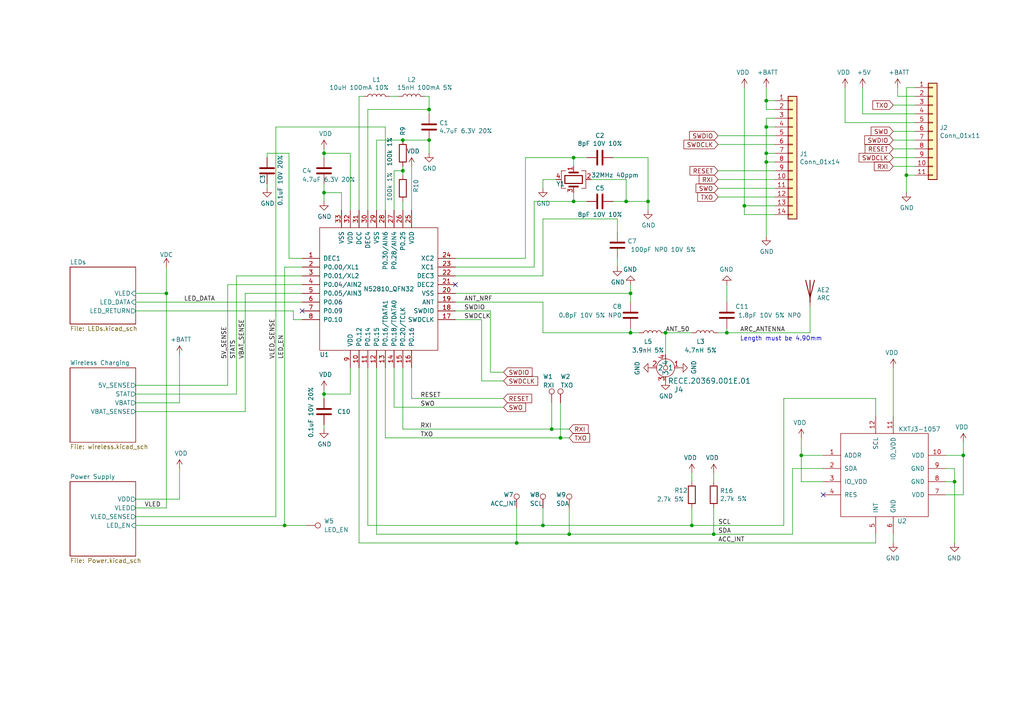
<source format=kicad_sch>
(kicad_sch (version 20211123) (generator eeschema)
  (paper "A4")
  (title_block (title "Pixels D20 Schematic, Main") (date "2021-06-23") (rev "2") (company "Systemic Games, LLC"))
  (lib_symbols
    (symbol "Connector_Generic:Conn_01x11" (pin_names (offset 1.016) hide)
      (property "Reference" "J" (at 0 15.24 0))
      (property "Value" "Conn_01x11" (at 0 -15.24 0))
      (symbol "Conn_01x11_1_1"
        (rectangle (start -1.27 -12.573) (end 0 -12.827) (stroke (width 0.1524)))
        (rectangle (start -1.27 -10.033) (end 0 -10.287) (stroke (width 0.1524)))
        (rectangle (start -1.27 -7.493) (end 0 -7.747) (stroke (width 0.1524)))
        (rectangle (start -1.27 -4.953) (end 0 -5.207) (stroke (width 0.1524)))
        (rectangle (start -1.27 -2.413) (end 0 -2.667) (stroke (width 0.1524)))
        (rectangle (start -1.27 0.127) (end 0 -0.127) (stroke (width 0.1524)))
        (rectangle (start -1.27 2.667) (end 0 2.413) (stroke (width 0.1524)))
        (rectangle (start -1.27 5.207) (end 0 4.953) (stroke (width 0.1524)))
        (rectangle (start -1.27 7.747) (end 0 7.493) (stroke (width 0.1524)))
        (rectangle (start -1.27 10.287) (end 0 10.033) (stroke (width 0.1524)))
        (rectangle (start -1.27 12.827) (end 0 12.573) (stroke (width 0.1524)))
        (rectangle (start -1.27 13.97) (end 1.27 -13.97) (stroke (width 0.254)) (fill (type background)))
        (pin passive line (at -5.08 12.7 0) (length 3.81) (name "Pin_1") (number "1"))
        (pin passive line (at -5.08 -10.16 0) (length 3.81) (name "Pin_10") (number "10"))
        (pin passive line (at -5.08 -12.7 0) (length 3.81) (name "Pin_11") (number "11"))
        (pin passive line (at -5.08 10.16 0) (length 3.81) (name "Pin_2") (number "2"))
        (pin passive line (at -5.08 7.62 0) (length 3.81) (name "Pin_3") (number "3"))
        (pin passive line (at -5.08 5.08 0) (length 3.81) (name "Pin_4") (number "4"))
        (pin passive line (at -5.08 2.54 0) (length 3.81) (name "Pin_5") (number "5"))
        (pin passive line (at -5.08 0 0) (length 3.81) (name "Pin_6") (number "6"))
        (pin passive line (at -5.08 -2.54 0) (length 3.81) (name "Pin_7") (number "7"))
        (pin passive line (at -5.08 -5.08 0) (length 3.81) (name "Pin_8") (number "8"))
        (pin passive line (at -5.08 -7.62 0) (length 3.81) (name "Pin_9") (number "9"))
      )
    )
    (symbol "Connector_Generic:Conn_01x14" (pin_names (offset 1.016) hide)
      (property "Reference" "J" (at 0 17.78 0))
      (property "Value" "Conn_01x14" (at 0 -20.32 0))
      (symbol "Conn_01x14_1_1"
        (rectangle (start -1.27 -17.653) (end 0 -17.907) (stroke (width 0.1524)))
        (rectangle (start -1.27 -15.113) (end 0 -15.367) (stroke (width 0.1524)))
        (rectangle (start -1.27 -12.573) (end 0 -12.827) (stroke (width 0.1524)))
        (rectangle (start -1.27 -10.033) (end 0 -10.287) (stroke (width 0.1524)))
        (rectangle (start -1.27 -7.493) (end 0 -7.747) (stroke (width 0.1524)))
        (rectangle (start -1.27 -4.953) (end 0 -5.207) (stroke (width 0.1524)))
        (rectangle (start -1.27 -2.413) (end 0 -2.667) (stroke (width 0.1524)))
        (rectangle (start -1.27 0.127) (end 0 -0.127) (stroke (width 0.1524)))
        (rectangle (start -1.27 2.667) (end 0 2.413) (stroke (width 0.1524)))
        (rectangle (start -1.27 5.207) (end 0 4.953) (stroke (width 0.1524)))
        (rectangle (start -1.27 7.747) (end 0 7.493) (stroke (width 0.1524)))
        (rectangle (start -1.27 10.287) (end 0 10.033) (stroke (width 0.1524)))
        (rectangle (start -1.27 12.827) (end 0 12.573) (stroke (width 0.1524)))
        (rectangle (start -1.27 15.367) (end 0 15.113) (stroke (width 0.1524)))
        (rectangle (start -1.27 16.51) (end 1.27 -19.05) (stroke (width 0.254)) (fill (type background)))
        (pin passive line (at -5.08 15.24 0) (length 3.81) (name "Pin_1") (number "1"))
        (pin passive line (at -5.08 -7.62 0) (length 3.81) (name "Pin_10") (number "10"))
        (pin passive line (at -5.08 -10.16 0) (length 3.81) (name "Pin_11") (number "11"))
        (pin passive line (at -5.08 -12.7 0) (length 3.81) (name "Pin_12") (number "12"))
        (pin passive line (at -5.08 -15.24 0) (length 3.81) (name "Pin_13") (number "13"))
        (pin passive line (at -5.08 -17.78 0) (length 3.81) (name "Pin_14") (number "14"))
        (pin passive line (at -5.08 12.7 0) (length 3.81) (name "Pin_2") (number "2"))
        (pin passive line (at -5.08 10.16 0) (length 3.81) (name "Pin_3") (number "3"))
        (pin passive line (at -5.08 7.62 0) (length 3.81) (name "Pin_4") (number "4"))
        (pin passive line (at -5.08 5.08 0) (length 3.81) (name "Pin_5") (number "5"))
        (pin passive line (at -5.08 2.54 0) (length 3.81) (name "Pin_6") (number "6"))
        (pin passive line (at -5.08 0 0) (length 3.81) (name "Pin_7") (number "7"))
        (pin passive line (at -5.08 -2.54 0) (length 3.81) (name "Pin_8") (number "8"))
        (pin passive line (at -5.08 -5.08 0) (length 3.81) (name "Pin_9") (number "9"))
      )
    )
    (symbol "Device:Antenna" (pin_numbers hide) (pin_names (offset 1.016) hide)
      (property "Reference" "AE" (at -1.905 1.905 0))
      (property "Value" "Antenna" (at -1.905 0 0))
      (symbol "Antenna_0_1"
        (polyline (pts (xy 0 2.54) (xy 0 -3.81)) (stroke (width 0.254)))
        (polyline (pts (xy 1.27 2.54) (xy 0 -2.54) (xy -1.27 2.54)) (stroke (width 0.254)))
      )
      (symbol "Antenna_1_1"
        (pin input line (at 0 -5.08 90) (length 2.54) (name "A") (number "1"))
      )
    )
    (symbol "Device:C" (pin_numbers hide) (pin_names (offset 0.254))
      (property "Reference" "C" (at 0.635 2.54 0))
      (property "Value" "C" (at 0.635 -2.54 0))
      (symbol "C_0_1"
        (polyline (pts (xy -2.032 -0.762) (xy 2.032 -0.762)) (stroke (width 0.508)))
        (polyline (pts (xy -2.032 0.762) (xy 2.032 0.762)) (stroke (width 0.508)))
      )
      (symbol "C_1_1"
        (pin passive line (at 0 3.81 270) (length 2.794) (name "~") (number "1"))
        (pin passive line (at 0 -3.81 90) (length 2.794) (name "~") (number "2"))
      )
    )
    (symbol "Device:Crystal_GND24" (pin_names (offset 1.016) hide)
      (property "Reference" "Y" (at 3.175 5.08 0))
      (property "Value" "Crystal_GND24" (at 3.175 3.175 0))
      (symbol "Crystal_GND24_0_1"
        (rectangle (start -1.143 2.54) (end 1.143 -2.54) (stroke (width 0.3048)))
        (polyline (pts (xy -2.54 0) (xy -2.032 0)))
        (polyline (pts (xy -2.032 -1.27) (xy -2.032 1.27)) (stroke (width 0.508)))
        (polyline (pts (xy 0 -3.81) (xy 0 -3.556)))
        (polyline (pts (xy 0 3.556) (xy 0 3.81)))
        (polyline (pts (xy 2.032 -1.27) (xy 2.032 1.27)) (stroke (width 0.508)))
        (polyline (pts (xy 2.032 0) (xy 2.54 0)))
        (polyline (pts (xy -2.54 -2.286) (xy -2.54 -3.556) (xy 2.54 -3.556) (xy 2.54 -2.286)))
        (polyline (pts (xy -2.54 2.286) (xy -2.54 3.556) (xy 2.54 3.556) (xy 2.54 2.286)))
      )
      (symbol "Crystal_GND24_1_1"
        (pin passive line (at -3.81 0 0) (length 1.27) (name "1") (number "1"))
        (pin passive line (at 0 5.08 270) (length 1.27) (name "2") (number "2"))
        (pin passive line (at 3.81 0 180) (length 1.27) (name "3") (number "3"))
        (pin passive line (at 0 -5.08 90) (length 1.27) (name "4") (number "4"))
      )
    )
    (symbol "Device:L" (pin_numbers hide) (pin_names (offset 1.016) hide)
      (property "Reference" "L" (at -1.27 0 90))
      (property "Value" "L" (at 1.905 0 90))
      (symbol "L_0_1"
        (arc (start 0 -2.54) (mid 0.635 -1.905) (end 0 -1.27))
        (arc (start 0 -1.27) (mid 0.635 -0.635) (end 0 0))
        (arc (start 0 0) (mid 0.635 0.635) (end 0 1.27))
        (arc (start 0 1.27) (mid 0.635 1.905) (end 0 2.54))
      )
      (symbol "L_1_1"
        (pin passive line (at 0 3.81 270) (length 1.27) (name "1") (number "1"))
        (pin passive line (at 0 -3.81 90) (length 1.27) (name "2") (number "2"))
      )
    )
    (symbol "Device:R" (pin_numbers hide) (pin_names (offset 0))
      (property "Reference" "R" (at 2.032 0 90))
      (property "Value" "R" (at 0 0 90))
      (symbol "R_0_1"
        (rectangle (start -1.016 -2.54) (end 1.016 2.54) (stroke (width 0.254)))
      )
      (symbol "R_1_1"
        (pin passive line (at 0 3.81 270) (length 1.27) (name "~") (number "1"))
        (pin passive line (at 0 -3.81 90) (length 1.27) (name "~") (number "2"))
      )
    )
    (symbol "MFH3.RECE.20369.001E.01:RECE.20369.001E.01" (pin_names (offset 0.254))
      (property "Reference" "J" (at 31.75 -3.81 0))
      (property "Value" "RECE.20369.001E.01" (at 41.91 5.08 0))
      (symbol "RECE.20369.001E.01_1_1"
        (polyline (pts (xy 30.48 0) (xy 28.575 0)))
        (circle (center 27.94 0) (radius 0.635))
        (circle (center 27.94 0) (radius 2.6182))
        (pin unspecified line (at 27.94 -3.81 90) (length 1.27) (name "1") (number "1"))
        (pin unspecified line (at 27.94 3.81 270) (length 1.27) (name "2") (number "2"))
        (pin unspecified line (at 24.13 0 0) (length 1.27) (name "3") (number "3"))
        (pin unspecified line (at 31.75 0 180) (length 1.27) (name "4") (number "4"))
      )
    )
    (symbol "Pixels-dice:KXTJ3-1057" (pin_names (offset 1.016))
      (property "Reference" "U" (at 10.16 -12.7 0))
      (property "Value" "KXTJ3-1057" (at 8.89 13.97 0))
      (symbol "KXTJ3-1057_0_1"
        (rectangle (start -12.7 12.7) (end 12.7 -11.43))
      )
      (symbol "KXTJ3-1057_1_1"
        (pin input line (at -17.78 6.35 0) (length 5.08) (name "ADDR") (number "1"))
        (pin power_in line (at 17.78 6.35 180) (length 5.08) (name "VDD") (number "10"))
        (pin power_in line (at 2.54 17.78 270) (length 5.08) (name "IO_VDD") (number "11"))
        (pin input line (at -2.54 17.78 270) (length 5.08) (name "SCL") (number "12"))
        (pin bidirectional line (at -17.78 2.54 0) (length 5.08) (name "SDA") (number "2"))
        (pin power_in line (at -17.78 -1.27 0) (length 5.08) (name "IO_VDD") (number "3"))
        (pin passive line (at -17.78 -5.08 0) (length 5.08) (name "RES") (number "4"))
        (pin output line (at -2.54 -16.51 90) (length 5.08) (name "INT") (number "5"))
        (pin power_in line (at 2.54 -16.51 90) (length 5.08) (name "GND") (number "6"))
        (pin power_in line (at 17.78 -5.08 180) (length 5.08) (name "VDD") (number "7"))
        (pin power_in line (at 17.78 -1.27 180) (length 5.08) (name "GND") (number "8"))
        (pin power_in line (at 17.78 2.54 180) (length 5.08) (name "GND") (number "9"))
      )
    )
    (symbol "Pixels-dice:N52810_QFN32" (pin_names (offset 1.016))
      (property "Reference" "U" (at 13.97 -19.05 0))
      (property "Value" "N52810_QFN32" (at 2.54 0 0))
      (symbol "N52810_QFN32_0_1"
        (rectangle (start -17.78 17.78) (end 16.51 -17.78))
      )
      (symbol "N52810_QFN32_1_1"
        (pin power_out line (at -22.86 8.89 0) (length 5.08) (name "DEC1") (number "1"))
        (pin bidirectional line (at -6.35 -22.86 90) (length 5.08) (name "P0.12") (number "10"))
        (pin bidirectional line (at -3.81 -22.86 90) (length 5.08) (name "P0.14") (number "11"))
        (pin bidirectional line (at -1.27 -22.86 90) (length 5.08) (name "P0.15") (number "12"))
        (pin bidirectional line (at 1.27 -22.86 90) (length 5.08) (name "P0.16/TDATA1") (number "13"))
        (pin bidirectional line (at 3.81 -22.86 90) (length 5.08) (name "P0.18/TDATA0") (number "14"))
        (pin bidirectional line (at 6.35 -22.86 90) (length 5.08) (name "P0.20/TCLK") (number "15"))
        (pin bidirectional line (at 8.89 -22.86 90) (length 5.08) (name "P0.16") (number "16"))
        (pin bidirectional line (at 21.59 -8.89 180) (length 5.08) (name "SWDCLK") (number "17"))
        (pin bidirectional line (at 21.59 -6.35 180) (length 5.08) (name "SWDIO") (number "18"))
        (pin output line (at 21.59 -3.81 180) (length 5.08) (name "ANT") (number "19"))
        (pin bidirectional line (at -22.86 6.35 0) (length 5.08) (name "P0.00/XL1") (number "2"))
        (pin output line (at 21.59 -1.27 180) (length 5.08) (name "VSS") (number "20"))
        (pin output line (at 21.59 1.27 180) (length 5.08) (name "DEC2") (number "21"))
        (pin output line (at 21.59 3.81 180) (length 5.08) (name "DEC3") (number "22"))
        (pin output line (at 21.59 6.35 180) (length 5.08) (name "XC1") (number "23"))
        (pin input line (at 21.59 8.89 180) (length 5.08) (name "XC2") (number "24"))
        (pin power_in line (at 8.89 22.86 270) (length 5.08) (name "VDD") (number "25"))
        (pin bidirectional line (at 6.35 22.86 270) (length 5.08) (name "P0.25") (number "26"))
        (pin bidirectional line (at 3.81 22.86 270) (length 5.08) (name "P0.28/AIN4") (number "27"))
        (pin bidirectional line (at 1.27 22.86 270) (length 5.08) (name "P0.30/AIN6") (number "28"))
        (pin power_in line (at -1.27 22.86 270) (length 5.08) (name "VSS") (number "29"))
        (pin bidirectional line (at -22.86 3.81 0) (length 5.08) (name "P0.01/XL2") (number "3"))
        (pin output line (at -3.81 22.86 270) (length 5.08) (name "DEC4") (number "30"))
        (pin output line (at -6.35 22.86 270) (length 5.08) (name "DCC") (number "31"))
        (pin power_in line (at -8.89 22.86 270) (length 5.08) (name "VDD") (number "32"))
        (pin power_in line (at -11.43 22.86 270) (length 5.08) (name "VSS") (number "33"))
        (pin bidirectional line (at -22.86 1.27 0) (length 5.08) (name "P0.04/AIN2") (number "4"))
        (pin bidirectional line (at -22.86 -1.27 0) (length 5.08) (name "P0.05/AIN3") (number "5"))
        (pin bidirectional line (at -22.86 -3.81 0) (length 5.08) (name "P0.06") (number "6"))
        (pin bidirectional line (at -22.86 -6.35 0) (length 5.08) (name "P0.09") (number "7"))
        (pin bidirectional line (at -22.86 -8.89 0) (length 5.08) (name "P0.10") (number "8"))
        (pin power_in line (at -8.89 -22.86 90) (length 5.08) (name "VDD") (number "9"))
      )
    )
    (symbol "Pixels-dice:TEST_1P-conn" (pin_numbers hide) (pin_names (offset 0.762) hide)
      (property "Reference" "W" (at 0 6.858 0))
      (property "Value" "TEST_1P-conn" (at 0 5.08 0))
      (symbol "TEST_1P-conn_0_1"
        (circle (center 0 3.302) (radius 0.762))
      )
      (symbol "TEST_1P-conn_1_1"
        (pin passive line (at 0 0 90) (length 2.54) (name "1") (number "1"))
      )
    )
    (symbol "power:+5V" (power) (pin_names (offset 0))
      (property "Value" "+5V" (at 0 3.556 0))
      (symbol "+5V_0_1"
        (polyline (pts (xy -0.762 1.27) (xy 0 2.54)))
        (polyline (pts (xy 0 0) (xy 0 2.54)))
        (polyline (pts (xy 0 2.54) (xy 0.762 1.27)))
      )
      (symbol "+5V_1_1"
        (pin power_in line (at 0 0 90) (length 0) hide (name "+5V") (number "1"))
      )
    )
    (symbol "power:+BATT" (power) (pin_names (offset 0))
      (property "Value" "+BATT" (at 0 3.556 0))
      (symbol "+BATT_0_1"
        (polyline (pts (xy -0.762 1.27) (xy 0 2.54)))
        (polyline (pts (xy 0 0) (xy 0 2.54)))
        (polyline (pts (xy 0 2.54) (xy 0.762 1.27)))
      )
      (symbol "+BATT_1_1"
        (pin power_in line (at 0 0 90) (length 0) hide (name "+BATT") (number "1"))
      )
    )
    (symbol "power:GND" (power) (pin_names (offset 0))
      (property "Value" "GND" (at 0 -3.81 0))
      (symbol "GND_0_1"
        (polyline (pts (xy 0 0) (xy 0 -1.27) (xy 1.27 -1.27) (xy 0 -2.54) (xy -1.27 -1.27) (xy 0 -1.27)))
      )
      (symbol "GND_1_1"
        (pin power_in line (at 0 0 270) (length 0) hide (name "GND") (number "1"))
      )
    )
    (symbol "power:VDC" (power) (pin_names (offset 0))
      (property "Value" "VDC" (at 0 6.35 0))
      (symbol "VDC_0_1"
        (polyline (pts (xy -0.762 1.27) (xy 0 2.54)))
        (polyline (pts (xy 0 0) (xy 0 2.54)))
        (polyline (pts (xy 0 2.54) (xy 0.762 1.27)))
      )
      (symbol "VDC_1_1"
        (pin power_in line (at 0 0 90) (length 0) hide (name "VDC") (number "1"))
      )
    )
    (symbol "power:VDD" (power) (pin_names (offset 0))
      (property "Value" "VDD" (at 0 3.81 0))
      (symbol "VDD_0_1"
        (polyline (pts (xy -0.762 1.27) (xy 0 2.54)))
        (polyline (pts (xy 0 0) (xy 0 2.54)))
        (polyline (pts (xy 0 2.54) (xy 0.762 1.27)))
      )
      (symbol "VDD_1_1"
        (pin power_in line (at 0 0 90) (length 0) hide (name "VDD") (number "1"))
      )
    )
  )
  (junction (at 279.4 132.08))
  (junction (at 181.61 58.42))
  (junction (at 276.86 139.7))
  (junction (at 93.98 55.88))
  (junction (at 93.98 44.45))
  (junction (at 193.04 96.52))
  (junction (at 124.46 40.64))
  (junction (at 116.84 49.53))
  (junction (at 262.89 50.8))
  (junction (at 166.37 58.42))
  (junction (at 149.86 157.48))
  (junction (at 182.88 96.52))
  (junction (at 165.1 154.94))
  (junction (at 207.01 154.94))
  (junction (at 222.25 36.83))
  (junction (at 93.98 114.3))
  (junction (at 124.46 31.75))
  (junction (at 182.88 85.09))
  (junction (at 82.55 152.4))
  (junction (at 222.25 44.45))
  (junction (at 210.82 96.52))
  (junction (at 116.84 40.64))
  (junction (at 222.25 29.21))
  (junction (at 187.96 58.42))
  (junction (at 222.25 46.99))
  (junction (at 48.26 85.09))
  (junction (at 162.56 127))
  (junction (at 232.41 132.08))
  (junction (at 215.9 59.69))
  (junction (at 157.48 152.4))
  (junction (at 160.02 124.46))
  (junction (at 200.66 152.4))
  (junction (at 166.37 45.72))
  (no_connect (at 132.08 82.55))
  (no_connect (at 238.76 143.51))
  (no_connect (at 87.63 90.17))
  (wire (pts (xy 99.06 55.88) (xy 93.98 55.88)))
  (wire (pts (xy 99.06 60.96) (xy 99.06 55.88)))
  (wire (pts (xy 222.25 34.29) (xy 222.25 36.83)))
  (wire (pts (xy 207.01 137.16) (xy 207.01 139.7)))
  (wire (pts (xy 149.86 147.32) (xy 149.86 157.48)))
  (wire (pts (xy 109.22 40.64) (xy 109.22 60.96)))
  (wire (pts (xy 181.61 52.07) (xy 181.61 58.42)))
  (wire (pts (xy 250.19 25.4) (xy 250.19 33.02)))
  (wire (pts (xy 68.58 80.01) (xy 68.58 114.3)))
  (wire (pts (xy 154.94 77.47) (xy 154.94 58.42)))
  (wire (pts (xy 93.98 44.45) (xy 93.98 45.72)))
  (wire (pts (xy 232.41 139.7) (xy 232.41 132.08)))
  (wire (pts (xy 279.4 143.51) (xy 274.32 143.51)))
  (wire (pts (xy 101.6 44.45) (xy 93.98 44.45)))
  (wire (pts (xy 177.8 58.42) (xy 181.61 58.42)))
  (wire (pts (xy 157.48 80.01) (xy 132.08 80.01)))
  (wire (pts (xy 139.7 110.49) (xy 146.05 110.49)))
  (wire (pts (xy 132.08 74.93) (xy 152.4 74.93)))
  (wire (pts (xy 238.76 135.89) (xy 229.87 135.89)))
  (wire (pts (xy 207.01 147.32) (xy 207.01 154.94)))
  (wire (pts (xy 187.96 45.72) (xy 187.96 58.42)))
  (wire (pts (xy 224.79 46.99) (xy 222.25 46.99)))
  (wire (pts (xy 160.02 124.46) (xy 165.1 124.46)))
  (wire (pts (xy 166.37 45.72) (xy 170.18 45.72)))
  (wire (pts (xy 259.08 154.94) (xy 259.08 157.48)))
  (wire (pts (xy 39.37 114.3) (xy 68.58 114.3)))
  (wire (pts (xy 132.08 87.63) (xy 157.48 87.63)))
  (wire (pts (xy 208.28 41.91) (xy 224.79 41.91)))
  (wire (pts (xy 39.37 147.32) (xy 48.26 147.32)))
  (wire (pts (xy 215.9 59.69) (xy 215.9 62.23)))
  (wire (pts (xy 116.84 124.46) (xy 116.84 106.68)))
  (wire (pts (xy 39.37 90.17) (xy 85.09 90.17)))
  (wire (pts (xy 162.56 127) (xy 165.1 127)))
  (wire (pts (xy 260.35 25.4) (xy 260.35 27.94)))
  (wire (pts (xy 80.01 36.83) (xy 111.76 36.83)))
  (wire (pts (xy 111.76 36.83) (xy 111.76 60.96)))
  (wire (pts (xy 262.89 25.4) (xy 262.89 50.8)))
  (wire (pts (xy 124.46 40.64) (xy 124.46 44.45)))
  (wire (pts (xy 39.37 111.76) (xy 66.04 111.76)))
  (wire (pts (xy 93.98 114.3) (xy 93.98 115.57)))
  (wire (pts (xy 132.08 85.09) (xy 182.88 85.09)))
  (wire (pts (xy 259.08 40.64) (xy 265.43 40.64)))
  (wire (pts (xy 149.86 157.48) (xy 254 157.48)))
  (wire (pts (xy 66.04 82.55) (xy 66.04 111.76)))
  (wire (pts (xy 224.79 59.69) (xy 215.9 59.69)))
  (wire (pts (xy 85.09 90.17) (xy 85.09 92.71)))
  (wire (pts (xy 274.32 139.7) (xy 276.86 139.7)))
  (wire (pts (xy 157.48 96.52) (xy 182.88 96.52)))
  (wire (pts (xy 152.4 74.93) (xy 152.4 45.72)))
  (wire (pts (xy 234.95 96.52) (xy 234.95 88.9)))
  (wire (pts (xy 106.68 106.68) (xy 106.68 152.4)))
  (wire (pts (xy 132.08 90.17) (xy 142.24 90.17)))
  (wire (pts (xy 114.3 106.68) (xy 114.3 118.11)))
  (wire (pts (xy 101.6 60.96) (xy 101.6 44.45)))
  (wire (pts (xy 254 120.65) (xy 254 115.57)))
  (wire (pts (xy 222.25 31.75) (xy 224.79 31.75)))
  (wire (pts (xy 93.98 114.3) (xy 93.98 113.03)))
  (wire (pts (xy 142.24 107.95) (xy 146.05 107.95)))
  (wire (pts (xy 222.25 29.21) (xy 222.25 31.75)))
  (wire (pts (xy 161.29 52.07) (xy 157.48 52.07)))
  (wire (pts (xy 160.02 116.84) (xy 160.02 124.46)))
  (wire (pts (xy 259.08 45.72) (xy 265.43 45.72)))
  (wire (pts (xy 222.25 44.45) (xy 222.25 46.99)))
  (wire (pts (xy 124.46 31.75) (xy 124.46 33.02)))
  (wire (pts (xy 52.07 144.78) (xy 52.07 135.89)))
  (wire (pts (xy 104.14 60.96) (xy 104.14 27.94)))
  (wire (pts (xy 114.3 60.96) (xy 114.3 49.53)))
  (wire (pts (xy 39.37 87.63) (xy 87.63 87.63)))
  (wire (pts (xy 193.04 96.52) (xy 193.04 102.87)))
  (wire (pts (xy 123.19 27.94) (xy 124.46 27.94)))
  (wire (pts (xy 124.46 31.75) (xy 106.68 31.75)))
  (wire (pts (xy 165.1 154.94) (xy 207.01 154.94)))
  (wire (pts (xy 208.28 49.53) (xy 224.79 49.53)))
  (wire (pts (xy 232.41 132.08) (xy 238.76 132.08)))
  (wire (pts (xy 177.8 45.72) (xy 187.96 45.72)))
  (wire (pts (xy 222.25 36.83) (xy 222.25 44.45)))
  (wire (pts (xy 39.37 85.09) (xy 48.26 85.09)))
  (wire (pts (xy 274.32 135.89) (xy 276.86 135.89)))
  (wire (pts (xy 279.4 132.08) (xy 279.4 143.51)))
  (wire (pts (xy 114.3 49.53) (xy 116.84 49.53)))
  (wire (pts (xy 85.09 92.71) (xy 87.63 92.71)))
  (wire (pts (xy 154.94 58.42) (xy 166.37 58.42)))
  (wire (pts (xy 210.82 82.55) (xy 210.82 87.63)))
  (wire (pts (xy 232.41 132.08) (xy 232.41 127)))
  (wire (pts (xy 101.6 114.3) (xy 93.98 114.3)))
  (wire (pts (xy 111.76 127) (xy 162.56 127)))
  (wire (pts (xy 227.33 115.57) (xy 227.33 152.4)))
  (wire (pts (xy 276.86 139.7) (xy 276.86 157.48)))
  (wire (pts (xy 82.55 77.47) (xy 82.55 152.4)))
  (wire (pts (xy 200.66 137.16) (xy 200.66 139.7)))
  (wire (pts (xy 88.9 152.4) (xy 82.55 152.4)))
  (wire (pts (xy 222.25 34.29) (xy 224.79 34.29)))
  (wire (pts (xy 166.37 58.42) (xy 170.18 58.42)))
  (wire (pts (xy 215.9 62.23) (xy 224.79 62.23)))
  (wire (pts (xy 222.25 46.99) (xy 222.25 68.58)))
  (wire (pts (xy 182.88 82.55) (xy 182.88 85.09)))
  (wire (pts (xy 116.84 124.46) (xy 160.02 124.46)))
  (wire (pts (xy 179.07 63.5) (xy 179.07 67.31)))
  (wire (pts (xy 262.89 55.88) (xy 262.89 50.8)))
  (wire (pts (xy 259.08 48.26) (xy 265.43 48.26)))
  (wire (pts (xy 119.38 106.68) (xy 119.38 115.57)))
  (wire (pts (xy 208.28 57.15) (xy 224.79 57.15)))
  (wire (pts (xy 157.48 152.4) (xy 200.66 152.4)))
  (wire (pts (xy 152.4 45.72) (xy 166.37 45.72)))
  (wire (pts (xy 39.37 144.78) (xy 52.07 144.78)))
  (wire (pts (xy 259.08 38.1) (xy 265.43 38.1)))
  (wire (pts (xy 39.37 119.38) (xy 71.12 119.38)))
  (wire (pts (xy 124.46 27.94) (xy 124.46 31.75)))
  (wire (pts (xy 208.28 96.52) (xy 210.82 96.52)))
  (wire (pts (xy 259.08 30.48) (xy 265.43 30.48)))
  (wire (pts (xy 48.26 85.09) (xy 48.26 147.32)))
  (wire (pts (xy 82.55 77.47) (xy 87.63 77.47)))
  (wire (pts (xy 200.66 152.4) (xy 227.33 152.4)))
  (wire (pts (xy 109.22 154.94) (xy 165.1 154.94)))
  (wire (pts (xy 119.38 48.26) (xy 119.38 60.96)))
  (wire (pts (xy 82.55 152.4) (xy 39.37 152.4)))
  (wire (pts (xy 208.28 54.61) (xy 224.79 54.61)))
  (wire (pts (xy 87.63 82.55) (xy 66.04 82.55)))
  (wire (pts (xy 116.84 58.42) (xy 116.84 60.96)))
  (wire (pts (xy 116.84 40.64) (xy 124.46 40.64)))
  (wire (pts (xy 104.14 27.94) (xy 105.41 27.94)))
  (wire (pts (xy 250.19 33.02) (xy 265.43 33.02)))
  (wire (pts (xy 260.35 27.94) (xy 265.43 27.94)))
  (wire (pts (xy 87.63 80.01) (xy 68.58 80.01)))
  (wire (pts (xy 104.14 157.48) (xy 149.86 157.48)))
  (wire (pts (xy 139.7 92.71) (xy 139.7 110.49)))
  (wire (pts (xy 39.37 149.86) (xy 80.01 149.86)))
  (wire (pts (xy 171.45 52.07) (xy 181.61 52.07)))
  (wire (pts (xy 93.98 44.45) (xy 93.98 43.18)))
  (wire (pts (xy 93.98 55.88) (xy 93.98 58.42)))
  (wire (pts (xy 48.26 85.09) (xy 48.26 77.47)))
  (wire (pts (xy 157.48 87.63) (xy 157.48 96.52)))
  (wire (pts (xy 132.08 92.71) (xy 139.7 92.71)))
  (wire (pts (xy 165.1 147.32) (xy 165.1 154.94)))
  (wire (pts (xy 229.87 135.89) (xy 229.87 154.94)))
  (wire (pts (xy 224.79 44.45) (xy 222.25 44.45)))
  (wire (pts (xy 77.47 53.34) (xy 77.47 54.61)))
  (wire (pts (xy 146.05 115.57) (xy 119.38 115.57)))
  (wire (pts (xy 265.43 25.4) (xy 262.89 25.4)))
  (wire (pts (xy 116.84 49.53) (xy 116.84 50.8)))
  (wire (pts (xy 222.25 25.4) (xy 222.25 29.21)))
  (wire (pts (xy 162.56 116.84) (xy 162.56 127)))
  (wire (pts (xy 245.11 35.56) (xy 265.43 35.56)))
  (wire (pts (xy 157.48 147.32) (xy 157.48 152.4)))
  (wire (pts (xy 83.82 44.45) (xy 77.47 44.45)))
  (wire (pts (xy 182.88 95.25) (xy 182.88 96.52)))
  (wire (pts (xy 142.24 90.17) (xy 142.24 107.95)))
  (wire (pts (xy 109.22 40.64) (xy 116.84 40.64)))
  (wire (pts (xy 279.4 128.27) (xy 279.4 132.08)))
  (wire (pts (xy 87.63 74.93) (xy 83.82 74.93)))
  (wire (pts (xy 93.98 53.34) (xy 93.98 55.88)))
  (wire (pts (xy 157.48 63.5) (xy 157.48 80.01)))
  (wire (pts (xy 254 154.94) (xy 254 157.48)))
  (wire (pts (xy 106.68 31.75) (xy 106.68 60.96)))
  (wire (pts (xy 71.12 85.09) (xy 71.12 119.38)))
  (wire (pts (xy 181.61 58.42) (xy 187.96 58.42)))
  (wire (pts (xy 83.82 74.93) (xy 83.82 44.45)))
  (wire (pts (xy 210.82 96.52) (xy 234.95 96.52)))
  (wire (pts (xy 259.08 43.18) (xy 265.43 43.18)))
  (wire (pts (xy 207.01 154.94) (xy 229.87 154.94)))
  (wire (pts (xy 245.11 25.4) (xy 245.11 35.56)))
  (wire (pts (xy 116.84 48.26) (xy 116.84 49.53)))
  (wire (pts (xy 182.88 96.52) (xy 185.42 96.52)))
  (wire (pts (xy 80.01 36.83) (xy 80.01 149.86)))
  (wire (pts (xy 39.37 116.84) (xy 52.07 116.84)))
  (wire (pts (xy 182.88 85.09) (xy 182.88 87.63)))
  (wire (pts (xy 104.14 106.68) (xy 104.14 157.48)))
  (wire (pts (xy 179.07 74.93) (xy 179.07 77.47)))
  (wire (pts (xy 157.48 52.07) (xy 157.48 54.61)))
  (wire (pts (xy 193.04 96.52) (xy 200.66 96.52)))
  (wire (pts (xy 113.03 27.94) (xy 115.57 27.94)))
  (wire (pts (xy 187.96 58.42) (xy 187.96 60.96)))
  (wire (pts (xy 166.37 55.88) (xy 166.37 58.42)))
  (wire (pts (xy 208.28 39.37) (xy 224.79 39.37)))
  (wire (pts (xy 166.37 48.26) (xy 166.37 45.72)))
  (wire (pts (xy 279.4 132.08) (xy 274.32 132.08)))
  (wire (pts (xy 254 115.57) (xy 227.33 115.57)))
  (wire (pts (xy 179.07 63.5) (xy 157.48 63.5)))
  (wire (pts (xy 238.76 139.7) (xy 232.41 139.7)))
  (wire (pts (xy 210.82 95.25) (xy 210.82 96.52)))
  (wire (pts (xy 146.05 118.11) (xy 114.3 118.11)))
  (wire (pts (xy 262.89 50.8) (xy 265.43 50.8)))
  (wire (pts (xy 77.47 44.45) (xy 77.47 45.72)))
  (wire (pts (xy 224.79 36.83) (xy 222.25 36.83)))
  (wire (pts (xy 111.76 127) (xy 111.76 106.68)))
  (wire (pts (xy 109.22 106.68) (xy 109.22 154.94)))
  (wire (pts (xy 215.9 25.4) (xy 215.9 59.69)))
  (wire (pts (xy 276.86 135.89) (xy 276.86 139.7)))
  (wire (pts (xy 259.08 106.68) (xy 259.08 120.65)))
  (wire (pts (xy 222.25 29.21) (xy 224.79 29.21)))
  (wire (pts (xy 132.08 77.47) (xy 154.94 77.47)))
  (wire (pts (xy 200.66 147.32) (xy 200.66 152.4)))
  (wire (pts (xy 101.6 106.68) (xy 101.6 114.3)))
  (wire (pts (xy 52.07 102.87) (xy 52.07 116.84)))
  (wire (pts (xy 87.63 85.09) (xy 71.12 85.09)))
  (wire (pts (xy 208.28 52.07) (xy 224.79 52.07)))
  (wire (pts (xy 106.68 152.4) (xy 157.48 152.4)))
  (wire (pts (xy 93.98 123.19) (xy 93.98 124.46)))
  (text "Length must be 4.90mm" (at 214.63 99.06 0) (effects (font (size 1.27 1.27)) (justify left bottom)))
  (label "VLED_SENSE" (at 80.01 104.14 90))
  (label "TXO" (at 121.92 127 0))
  (label "ACC_INT" (at 208.28 157.48 0))
  (label "ANT_50" (at 193.04 96.52 0))
  (label "SWDCLK" (at 134.62 92.71 0))
  (label "VBAT_SENSE" (at 71.12 104.14 90))
  (label "5V_SENSE" (at 66.04 104.14 90))
  (label "ANT_NRF" (at 134.62 87.63 0))
  (label "SDA" (at 208.28 154.94 0))
  (label "LED_EN" (at 82.55 104.14 90))
  (label "ARC_ANTENNA" (at 214.63 96.52 0))
  (label "RXI" (at 121.92 124.46 0))
  (label "SWDIO" (at 134.62 90.17 0))
  (label "SWO" (at 121.92 118.11 0))
  (label "LED_DATA" (at 53.34 87.63 0))
  (label "RESET" (at 121.92 115.57 0))
  (label "SCL" (at 208.28 152.4 0))
  (label "VLED" (at 41.91 147.32 0))
  (label "STATS" (at 68.58 104.14 90))
  (global_label "TXO" (shape input) (at 165.1 127 0) (property "Intersheet References" "${INTERSHEET_REFS}" (effects hide)))
  (global_label "RXI" (shape input) (at 259.08 48.26 180) (property "Intersheet References" "${INTERSHEET_REFS}" (effects hide)))
  (global_label "RESET" (shape input) (at 259.08 43.18 180) (property "Intersheet References" "${INTERSHEET_REFS}" (effects hide)))
  (global_label "RESET" (shape input) (at 208.28 49.53 180) (property "Intersheet References" "${INTERSHEET_REFS}" (effects hide)))
  (global_label "SWDIO" (shape input) (at 146.05 107.95 0) (property "Intersheet References" "${INTERSHEET_REFS}" (effects hide)))
  (global_label "RXI" (shape input) (at 208.28 52.07 180) (property "Intersheet References" "${INTERSHEET_REFS}" (effects hide)))
  (global_label "SWDCLK" (shape input) (at 259.08 45.72 180) (property "Intersheet References" "${INTERSHEET_REFS}" (effects hide)))
  (global_label "TXO" (shape input) (at 259.08 30.48 180) (property "Intersheet References" "${INTERSHEET_REFS}" (effects hide)))
  (global_label "SWO" (shape input) (at 146.05 118.11 0) (property "Intersheet References" "${INTERSHEET_REFS}" (effects hide)))
  (global_label "SWDCLK" (shape input) (at 146.05 110.49 0) (property "Intersheet References" "${INTERSHEET_REFS}" (effects hide)))
  (global_label "TXO" (shape input) (at 208.28 57.15 180) (property "Intersheet References" "${INTERSHEET_REFS}" (effects hide)))
  (global_label "RESET" (shape input) (at 146.05 115.57 0) (property "Intersheet References" "${INTERSHEET_REFS}" (effects hide)))
  (global_label "SWDIO" (shape input) (at 259.08 40.64 180) (property "Intersheet References" "${INTERSHEET_REFS}" (effects hide)))
  (global_label "SWO" (shape input) (at 208.28 54.61 180) (property "Intersheet References" "${INTERSHEET_REFS}" (effects hide)))
  (global_label "RXI" (shape input) (at 165.1 124.46 0) (property "Intersheet References" "${INTERSHEET_REFS}" (effects hide)))
  (global_label "SWDCLK" (shape input) (at 208.28 41.91 180) (property "Intersheet References" "${INTERSHEET_REFS}" (effects hide)))
  (global_label "SWO" (shape input) (at 259.08 38.1 180) (property "Intersheet References" "${INTERSHEET_REFS}" (effects hide)))
  (global_label "SWDIO" (shape input) (at 208.28 39.37 180) (property "Intersheet References" "${INTERSHEET_REFS}" (effects hide)))
  (symbol (lib_id "power:GND") (at 93.98 124.46 0) (unit 1)
    (property "Reference" "#PWR016" (effects hide))
    (property "Value" "GND" (at 94.107 128.8542 0))
  )
  (symbol (lib_id "power:VDD") (at 93.98 113.03 0) (unit 1)
    (property "Reference" "#PWR014" (effects hide))
    (property "Value" "VDD" (at 94.4118 108.6358 0))
  )
  (symbol (lib_id "Device:C") (at 93.98 119.38 0) (unit 1)
    (property "Reference" "C10" (at 97.79 119.38 0) (effects (justify left)))
    (property "Value" "0.1uF 10V 20%" (at 90.17 127 90) (effects (justify left)))
    (property "Footprint" "Pixels-dice:C_0402_1005Metric" (effects hide))
    (property "Generic OK" "YES" (effects hide))
    (property "Pixels Part Number" "SMD-C005" (effects hide))
    (property "Manufacturer" "Murata" (effects hide))
    (property "Manufacturer Part Number" "GRM155R61H104KE19D" (effects hide))
  )
  (symbol (lib_id "power:GND") (at 93.98 58.42 0) (unit 1)
    (property "Reference" "#PWR08" (effects hide))
    (property "Value" "GND" (at 94.107 62.8142 0))
  )
  (symbol (lib_id "power:VDD") (at 93.98 43.18 0) (unit 1)
    (property "Reference" "#PWR01" (effects hide))
    (property "Value" "VDD" (at 94.4118 38.7858 0))
  )
  (symbol (lib_id "Device:C") (at 93.98 49.53 0) (unit 1)
    (property "Reference" "C4" (at 87.63 49.53 0) (effects (justify left)))
    (property "Value" "4.7uF 6.3V 20%" (at 87.63 52.07 0) (effects (justify left)))
    (property "Footprint" "Pixels-dice:C_0402_1005Metric" (effects hide))
    (property "Generic OK" "YES" (effects hide))
    (property "Pixels Part Number" "SMD-C002" (effects hide))
    (property "Manufacturer" "Murata" (effects hide))
    (property "Manufacturer Part Number" "GRM155R60J475ME87D" (effects hide))
  )
  (symbol (lib_id "power:GND") (at 77.47 54.61 0) (unit 1)
    (property "Reference" "#PWR05" (effects hide))
    (property "Value" "GND" (at 77.597 59.0042 0))
  )
  (symbol (lib_id "Device:C") (at 77.47 49.53 0) (unit 1)
    (property "Reference" "C3" (at 76.2 53.34 90) (effects (justify left)))
    (property "Value" "0.1uF 10V 20%" (at 81.28 59.69 90) (effects (justify left)))
    (property "Footprint" "Pixels-dice:C_0402_1005Metric" (effects hide))
    (property "Generic OK" "YES" (effects hide))
    (property "Pixels Part Number" "SMD-C005" (effects hide))
    (property "Manufacturer" "Murata" (effects hide))
    (property "Manufacturer Part Number" "GRM155R61H104KE19D" (effects hide))
  )
  (symbol (lib_id "Device:L") (at 109.22 27.94 90) (unit 1)
    (property "Reference" "L1" (at 109.22 23.114 90))
    (property "Value" "10uH 100mA 10%" (at 104.14 25.4 90))
    (property "Footprint" "Inductor_SMD:L_0805_2012Metric" (effects hide))
    (property "Generic OK" "YES" (effects hide))
    (property "Pixels Part Number" "SMD-L001" (effects hide))
    (property "Manufacturer" "Taiyo Yuden" (effects hide))
    (property "Manufacturer Part Number" "LBR2012T100K" (effects hide))
  )
  (symbol (lib_id "Device:L") (at 119.38 27.94 90) (unit 1)
    (property "Reference" "L2" (at 119.38 23.114 90))
    (property "Value" "15nH 100mA 5%" (at 123.19 25.4 90))
    (property "Footprint" "Inductor_SMD:L_0402_1005Metric" (effects hide))
    (property "Generic OK" "YES" (effects hide))
    (property "Pixels Part Number" "SMD-L002" (effects hide))
    (property "Manufacturer" "Taiyo Yuden" (effects hide))
    (property "Manufacturer Part Number" "HK100515NJ-T" (effects hide))
  )
  (symbol (lib_id "Device:C") (at 124.46 36.83 0) (unit 1)
    (property "Reference" "C1" (at 127.381 35.6616 0) (effects (justify left)))
    (property "Value" "4.7uF 6.3V 20%" (at 127.381 37.973 0) (effects (justify left)))
    (property "Footprint" "Pixels-dice:C_0402_1005Metric" (effects hide))
    (property "Generic OK" "YES" (effects hide))
    (property "Pixels Part Number" "SMD-C002" (effects hide))
    (property "Manufacturer" "Murata" (effects hide))
    (property "Manufacturer Part Number" "GRM155R60J475ME87D" (effects hide))
  )
  (symbol (lib_id "power:GND") (at 124.46 44.45 0) (unit 1)
    (property "Reference" "#PWR03" (effects hide))
    (property "Value" "GND" (at 124.587 48.8442 0))
  )
  (symbol (lib_id "Device:Crystal_GND24") (at 166.37 52.07 270) (unit 1)
    (property "Reference" "Y1" (at 161.29 53.34 90) (effects (justify left)))
    (property "Value" "32MHz 40ppm" (at 171.45 50.8 90) (effects (justify left)))
    (property "Footprint" "Pixels-dice:Crystal_SMD_2016-4Pin_2.0x1.6mm" (effects hide))
    (property "Generic OK" "YES" (effects hide))
    (property "Manufacturer" "Murata" (effects hide))
    (property "Manufacturer Part Number" "XRCGB32M000F2P00R0" (effects hide))
    (property "Pixels Part Number" "SMD-Y001" (effects hide))
  )
  (symbol (lib_id "Device:C") (at 173.99 45.72 270) (unit 1)
    (property "Reference" "C2" (at 173.99 39.3192 90))
    (property "Value" "8pF 10V 10%" (at 173.99 41.6306 90))
    (property "Footprint" "Pixels-dice:C_0402_1005Metric" (effects hide))
    (property "Generic OK" "YES" (effects hide))
    (property "Pixels Part Number" "SMD-C001" (effects hide))
    (property "Manufacturer" "Murata" (effects hide))
    (property "Manufacturer Part Number" "GRM1555C2A8R0DA01D" (effects hide))
  )
  (symbol (lib_id "Device:C") (at 173.99 58.42 270) (unit 1)
    (property "Reference" "C5" (at 173.99 54.61 90))
    (property "Value" "8pF 10V 10%" (at 173.99 62.23 90))
    (property "Footprint" "Pixels-dice:C_0402_1005Metric" (effects hide))
    (property "Generic OK" "YES" (effects hide))
    (property "Pixels Part Number" "SMD-C001" (effects hide))
    (property "Manufacturer" "Murata" (effects hide))
    (property "Manufacturer Part Number" "GRM1555C2A8R0DA01D" (effects hide))
  )
  (symbol (lib_id "power:GND") (at 187.96 60.96 0) (unit 1)
    (property "Reference" "#PWR09" (effects hide))
    (property "Value" "GND" (at 188.087 65.3542 0))
  )
  (symbol (lib_id "power:GND") (at 179.07 77.47 0) (unit 1)
    (property "Reference" "#PWR011" (effects hide))
    (property "Value" "GND" (at 179.197 81.8642 0))
  )
  (symbol (lib_id "Device:C") (at 179.07 71.12 0) (unit 1)
    (property "Reference" "C7" (at 181.991 69.9516 0) (effects (justify left)))
    (property "Value" "100pF NP0 10V 5%" (at 182.88 72.39 0) (effects (justify left)))
    (property "Footprint" "Pixels-dice:C_0402_1005Metric" (effects hide))
    (property "Generic OK" "YES" (effects hide))
    (property "Pixels Part Number" "SMD-C003" (effects hide))
    (property "Manufacturer" "Kemet" (effects hide))
    (property "Manufacturer Part Number" "C0402C101J5GAC7411" (effects hide))
  )
  (symbol (lib_id "Device:C") (at 182.88 91.44 180) (unit 1)
    (property "Reference" "C8" (at 180.34 88.9 0) (effects (justify left)))
    (property "Value" "0.8pF 10V 5% NP0" (at 180.34 91.44 0) (effects (justify left)))
    (property "Footprint" "Pixels-dice:0402_RF" (effects hide))
    (property "Generic OK" "YES" (effects hide))
    (property "Pixels Part Number" "SMD-C004" (effects hide))
    (property "Manufacturer" "Murata" (effects hide))
    (property "Manufacturer Part Number" "GCM1555C1HR80BA16D" (effects hide))
  )
  (symbol (lib_id "power:GND") (at 182.88 82.55 180) (unit 1)
    (property "Reference" "#PWR012" (effects hide))
    (property "Value" "GND" (at 182.753 78.1558 0))
  )
  (symbol (lib_id "power:GND") (at 157.48 54.61 0) (unit 1)
    (property "Reference" "#PWR06" (effects hide))
    (property "Value" "GND" (at 157.607 59.0042 0))
  )
  (symbol (lib_id "power:VDD") (at 52.07 135.89 0) (unit 1)
    (property "Reference" "#PWR021" (effects hide))
    (property "Value" "VDD" (at 52.5018 131.4958 0))
  )
  (symbol (lib_id "Pixels-dice:TEST_1P-conn") (at 160.02 116.84 0) (unit 1)
    (property "Reference" "W1" (at 157.48 109.22 0) (effects (justify left)))
    (property "Value" "RXI" (at 157.48 111.76 0) (effects (justify left)))
    (property "Footprint" "Pixels-dice:TEST_PIN" (effects hide))
    (property "Generic OK" "N/A" (effects hide))
  )
  (symbol (lib_id "Pixels-dice:TEST_1P-conn") (at 162.56 116.84 0) (unit 1)
    (property "Reference" "W2" (at 162.56 109.22 0) (effects (justify left)))
    (property "Value" "TXO" (at 162.56 111.76 0) (effects (justify left)))
    (property "Footprint" "Pixels-dice:TEST_PIN" (effects hide))
    (property "Generic OK" "N/A" (effects hide))
  )
  (symbol (lib_id "Pixels-dice:TEST_1P-conn") (at 88.9 152.4 270) (unit 1)
    (property "Reference" "W5" (at 93.98 151.13 90) (effects (justify left)))
    (property "Value" "LED_EN" (at 93.98 153.67 90) (effects (justify left)))
    (property "Footprint" "Pixels-dice:TEST_PIN" (effects hide))
    (property "Generic OK" "N/A" (effects hide))
  )
  (symbol (lib_id "Pixels-dice:TEST_1P-conn") (at 149.86 147.32 0) (unit 1)
    (property "Reference" "W7" (at 146.05 143.51 0) (effects (justify left)))
    (property "Value" "ACC_INT" (at 142.24 146.05 0) (effects (justify left)))
    (property "Footprint" "Pixels-dice:TEST_PIN" (effects hide))
    (property "Generic OK" "N/A" (effects hide))
  )
  (symbol (lib_id "Pixels-dice:TEST_1P-conn") (at 157.48 147.32 0) (unit 1)
    (property "Reference" "W8" (at 153.67 143.51 0) (effects (justify left)))
    (property "Value" "SCL" (at 153.67 146.05 0) (effects (justify left)))
    (property "Footprint" "Pixels-dice:TEST_PIN" (effects hide))
    (property "Generic OK" "N/A" (effects hide))
  )
  (symbol (lib_id "Pixels-dice:TEST_1P-conn") (at 165.1 147.32 0) (unit 1)
    (property "Reference" "W9" (at 161.29 143.51 0) (effects (justify left)))
    (property "Value" "SDA" (at 161.29 146.05 0) (effects (justify left)))
    (property "Footprint" "Pixels-dice:TEST_PIN" (effects hide))
    (property "Generic OK" "N/A" (effects hide))
  )
  (symbol (lib_id "Pixels-dice:N52810_QFN32") (at 110.49 83.82 0) (unit 1)
    (property "Reference" "U1" (at 92.71 102.87 0) (effects (justify left)))
    (property "Value" "N52810_QFN32" (at 105.41 83.82 0) (effects (justify left)))
    (property "Footprint" "Package_DFN_QFN:QFN-32-1EP_5x5mm_P0.5mm_EP3.1x3.1mm" (effects hide))
    (property "Generic OK" "NO" (effects hide))
    (property "Manufacturer" "Nordic Semiconductor" (effects hide))
    (property "Manufacturer Part Number" "NRF52810-QCAA-R" (effects hide))
    (property "Pixels Part Number" "SMD-U001" (effects hide))
  )
  (symbol (lib_id "power:VDD") (at 119.38 48.26 0) (unit 1)
    (property "Reference" "#PWR04" (effects hide))
    (property "Value" "VDD" (at 119.8118 43.8658 0))
  )
  (symbol (lib_id "Connector_Generic:Conn_01x14") (at 229.87 44.45 0) (unit 1)
    (property "Reference" "J1" (at 231.902 44.6532 0) (effects (justify left)))
    (property "Value" "Conn_01x14" (at 231.902 46.9646 0) (effects (justify left)))
    (property "Footprint" "Pixels-dice:FPC_14" (effects hide))
    (property "Generic OK" "N/A" (effects hide))
  )
  (symbol (lib_id "power:+BATT") (at 222.25 25.4 0) (unit 1)
    (property "Reference" "#PWR07" (effects hide))
    (property "Value" "+BATT" (at 222.631 21.0058 0))
  )
  (symbol (lib_id "power:VDD") (at 215.9 25.4 0) (mirror y) (unit 1)
    (property "Reference" "#PWR02" (effects hide))
    (property "Value" "VDD" (at 215.4682 21.0058 0))
  )
  (symbol (lib_id "power:GND") (at 222.25 68.58 0) (unit 1)
    (property "Reference" "#PWR013" (effects hide))
    (property "Value" "GND" (at 222.377 72.9742 0))
  )
  (symbol (lib_id "Device:R") (at 116.84 54.61 0) (unit 1)
    (property "Reference" "R10" (at 120.65 55.88 90) (effects (justify left)))
    (property "Value" "100k 1%" (at 113.03 58.42 90) (effects (justify left)))
    (property "Footprint" "Pixels-dice:R_0402_1005Metric" (effects hide))
    (property "Generic OK" "YES" (effects hide))
    (property "Pixels Part Number" "SMD-R006" (effects hide))
    (property "Manufacturer" "Vishay" (effects hide))
    (property "Manufacturer Part Number" "CRCW0402100KFKEDC" (effects hide))
  )
  (symbol (lib_id "Device:R") (at 116.84 44.45 0) (unit 1)
    (property "Reference" "R9" (at 116.84 39.37 90) (effects (justify left)))
    (property "Value" "100k 1%" (at 113.03 48.26 90) (effects (justify left)))
    (property "Footprint" "Pixels-dice:R_0402_1005Metric" (effects hide))
    (property "Generic OK" "YES" (effects hide))
    (property "Pixels Part Number" "SMD-R006" (effects hide))
    (property "Manufacturer" "Vishay" (effects hide))
    (property "Manufacturer Part Number" "CRCW0402100KFKEDC" (effects hide))
  )
  (symbol (lib_id "Connector_Generic:Conn_01x11") (at 270.51 38.1 0) (unit 1)
    (property "Reference" "J2" (at 272.542 37.0332 0) (effects (justify left)))
    (property "Value" "Conn_01x11" (at 272.542 39.3446 0) (effects (justify left)))
    (property "Footprint" "Pixels-dice:FPC-POGO-11" (effects hide))
    (property "Generic OK" "N/A" (effects hide))
  )
  (symbol (lib_id "power:+BATT") (at 260.35 25.4 0) (unit 1)
    (property "Reference" "#PWR022" (effects hide))
    (property "Value" "+BATT" (at 260.731 21.0058 0))
  )
  (symbol (lib_id "power:VDD") (at 245.11 25.4 0) (mirror y) (unit 1)
    (property "Reference" "#PWR018" (effects hide))
    (property "Value" "VDD" (at 244.6782 21.0058 0))
  )
  (symbol (lib_id "power:GND") (at 262.89 55.88 0) (unit 1)
    (property "Reference" "#PWR024" (effects hide))
    (property "Value" "GND" (at 263.017 60.2742 0))
  )
  (symbol (lib_id "power:+5V") (at 250.19 25.4 0) (unit 1)
    (property "Reference" "#PWR017" (effects hide))
    (property "Value" "+5V" (at 250.571 21.0058 0))
  )
  (symbol (lib_id "Device:L") (at 189.23 96.52 90) (unit 1)
    (property "Reference" "L5" (at 187.96 99.06 90))
    (property "Value" "3.9nH 5%" (at 187.96 101.6 90))
    (property "Footprint" "Pixels-dice:0402_RF" (effects hide))
    (property "Generic OK" "YES" (effects hide))
    (property "Manufacturer" "Murata" (effects hide))
    (property "Manufacturer Part Number" "LQG15HS3N9B02D" (effects hide))
  )
  (symbol (lib_id "Device:Antenna") (at 234.95 83.82 0) (unit 1)
    (property "Reference" "AE2" (at 236.982 84.0994 0) (effects (justify left)))
    (property "Value" "ARC" (at 236.982 86.4108 0) (effects (justify left)))
    (property "Footprint" "Pixels-dice:ARC_Antenna" (effects hide))
    (property "Manufacturer" "AEM Antennas" (effects hide))
    (property "Generic OK" "N/A" (effects hide))
  )
  (symbol (lib_id "Device:R") (at 200.66 143.51 0) (unit 1)
    (property "Reference" "R12" (at 195.58 142.24 0) (effects (justify left)))
    (property "Value" "2.7k 5%" (at 190.5 144.78 0) (effects (justify left)))
    (property "Footprint" "Pixels-dice:R_0402_1005Metric" (effects hide))
    (property "Generic OK" "YES" (effects hide))
    (property "Manufacturer" "Yageo" (effects hide))
    (property "Manufacturer Part Number" "RC0402JR-072K7L" (effects hide))
    (property "Pixels Part Number" "SMD-R021" (effects hide))
  )
  (symbol (lib_id "Device:R") (at 207.01 143.51 0) (unit 1)
    (property "Reference" "R16" (at 208.788 142.3416 0) (effects (justify left)))
    (property "Value" "2.7k 5%" (at 208.788 144.653 0) (effects (justify left)))
    (property "Footprint" "Pixels-dice:R_0402_1005Metric" (effects hide))
    (property "Generic OK" "YES" (effects hide))
    (property "Manufacturer" "Yageo" (effects hide))
    (property "Manufacturer Part Number" "RC0402JR-072K7L" (effects hide))
    (property "Pixels Part Number" "SMD-R021" (effects hide))
  )
  (symbol (lib_id "power:VDD") (at 207.01 137.16 0) (mirror y) (unit 1)
    (property "Reference" "#PWR046" (effects hide))
    (property "Value" "VDD" (at 206.5782 132.7658 0))
  )
  (symbol (lib_id "power:VDD") (at 200.66 137.16 0) (mirror y) (unit 1)
    (property "Reference" "#PWR045" (effects hide))
    (property "Value" "VDD" (at 200.2282 132.7658 0))
  )
  (symbol (lib_id "Pixels-dice:KXTJ3-1057") (at 256.54 138.43 0) (unit 1)
    (property "Reference" "U2" (at 261.62 151.13 0))
    (property "Value" "KXTJ3-1057" (at 266.7 124.46 0))
    (property "Footprint" "Package_LGA:LGA-12_2x2mm_P0.5mm" (effects hide))
    (property "Manufacturer" "Kionix" (effects hide))
    (property "Manufacturer Part Number" "KXTJ3-1057" (effects hide))
    (property "Pixels Part Number" "SMD-U002-ALT1" (effects hide))
    (property "Generic OK" "NO" (effects hide))
  )
  (symbol (lib_id "power:VDD") (at 279.4 128.27 0) (mirror y) (unit 1)
    (property "Reference" "#PWR037" (effects hide))
    (property "Value" "VDD" (at 278.9682 123.8758 0))
  )
  (symbol (lib_id "power:GND") (at 259.08 157.48 0) (mirror y) (unit 1)
    (property "Reference" "#PWR047" (effects hide))
    (property "Value" "GND" (at 258.953 161.8742 0))
  )
  (symbol (lib_id "power:GND") (at 276.86 157.48 0) (mirror y) (unit 1)
    (property "Reference" "#PWR048" (effects hide))
    (property "Value" "GND" (at 276.733 161.8742 0))
  )
  (symbol (lib_id "power:VDD") (at 259.08 106.68 0) (mirror y) (unit 1)
    (property "Reference" "#PWR015" (effects hide))
    (property "Value" "VDD" (at 258.6482 102.2858 0))
  )
  (symbol (lib_id "power:VDD") (at 232.41 127 0) (mirror y) (unit 1)
    (property "Reference" "#PWR023" (effects hide))
    (property "Value" "VDD" (at 231.9782 122.6058 0))
  )
  (symbol (lib_id "power:GND") (at 189.23 106.68 270) (unit 1)
    (property "Reference" "#PWR049" (effects hide))
    (property "Value" "GND" (at 184.8358 106.807 0))
  )
  (symbol (lib_id "power:GND") (at 196.85 106.68 90) (unit 1)
    (property "Reference" "#PWR053" (effects hide))
    (property "Value" "GND" (at 201.2442 106.553 0))
  )
  (symbol (lib_id "Device:L") (at 204.47 96.52 90) (unit 1)
    (property "Reference" "L3" (at 203.2 99.06 90))
    (property "Value" "4.7nH 5%" (at 203.2 101.6 90))
    (property "Footprint" "Pixels-dice:0402_RF" (effects hide))
    (property "Generic OK" "YES" (effects hide))
    (property "Manufacturer" "Murata" (effects hide))
    (property "Manufacturer Part Number" "LQG15HN4N7S02D" (effects hide))
  )
  (symbol (lib_id "Device:C") (at 210.82 91.44 180) (unit 1)
    (property "Reference" "C11" (at 217.17 88.9 0) (effects (justify left)))
    (property "Value" "1.8pF 10V 5% NP0" (at 232.41 91.44 0) (effects (justify left)))
    (property "Footprint" "Pixels-dice:0402_RF" (effects hide))
    (property "Generic OK" "YES" (effects hide))
    (property "Pixels Part Number" "SMD-C004" (effects hide))
    (property "Manufacturer" "Murata" (effects hide))
    (property "Manufacturer Part Number" "GCM1555C1H1R8BA16D" (effects hide))
  )
  (symbol (lib_id "power:VDC") (at 48.26 77.47 0) (unit 1)
    (property "Reference" "#PWR010" (effects hide))
    (property "Value" "VDC" (at 48.26 73.8655 0))
  )
  (symbol (lib_id "power:+BATT") (at 52.07 102.87 0) (unit 1)
    (property "Reference" "#PWR0143" (effects hide))
    (property "Value" "+BATT" (at 52.451 98.4758 0))
  )
  (symbol (lib_id "MFH3.RECE.20369.001E.01:RECE.20369.001E.01") (at 193.04 134.62 90) (unit 1)
    (property "Reference" "J4" (at 196.85 113.03 90) (effects (font (size 1.524 1.524))))
    (property "Value" "RECE.20369.001E.01" (at 205.74 110.49 90) (effects (font (size 1.524 1.524))))
    (property "Footprint" "RFFrontEnd:MFH3.RECE.20369.001E.01" (effects hide))
  )
  (symbol (lib_id "power:GND") (at 193.04 110.49 0) (unit 1)
    (property "Reference" "#PWR054" (effects hide))
    (property "Value" "GND" (at 193.167 114.8842 0))
  )
  (symbol (lib_id "power:GND") (at 210.82 82.55 180) (unit 1)
    (property "Reference" "#PWR035" (effects hide))
    (property "Value" "GND" (at 210.693 78.1558 0))
  )
  (sheet (at 20.32 139.7) (size 19.05 21.59)
    (property "Sheet name" "Power Supply" (at 20.32 138.9884 0) (effects (justify left bottom)))
    (property "Sheet file" "Power.kicad_sch" (at 20.32 161.8746 0) (effects (justify left top)))
    (pin "VDD" output (at 39.37 144.78 0))
    (pin "VLED" output (at 39.37 147.32 0))
    (pin "LED_EN" input (at 39.37 152.4 0))
    (pin "VLED_SENSE" output (at 39.37 149.86 0))
  )
  (sheet (at 20.32 77.47) (size 19.05 16.51)
    (property "Sheet name" "LEDs" (at 20.32 76.7584 0) (effects (justify left bottom)))
    (property "Sheet file" "LEDs.kicad_sch" (at 20.32 94.5646 0) (effects (justify left top)))
    (pin "VLED" input (at 39.37 85.09 0))
    (pin "LED_DATA" input (at 39.37 87.63 0))
    (pin "LED_RETURN" output (at 39.37 90.17 0))
  )
  (sheet (at 20.32 106.68) (size 19.05 21.59) (stroke (width 0.1524))
    (property "Sheet name" "Wireless Charging" (at 20.32 105.9684 0) (effects (justify left bottom)))
    (property "Sheet file" "wireless.kicad_sch" (at 20.32 128.8546 0) (effects (justify left top)))
    (pin "VBAT" output (at 39.37 116.84 0))
    (pin "STAT" output (at 39.37 114.3 0))
    (pin "5V_SENSE" output (at 39.37 111.76 0))
    (pin "VBAT_SENSE" output (at 39.37 119.38 0))
  )
)
</source>
